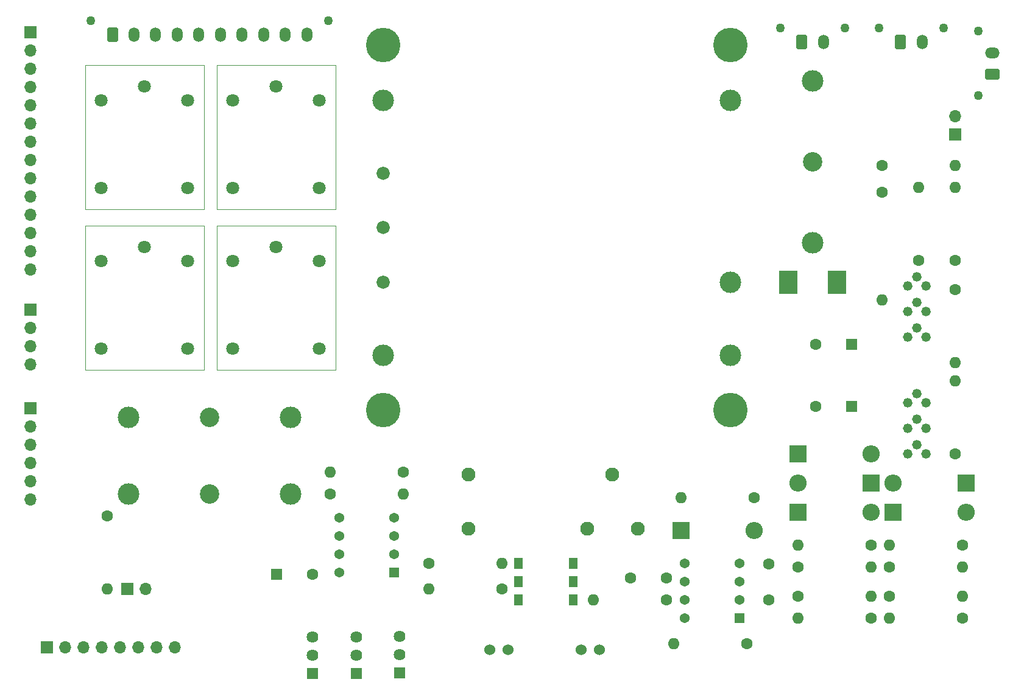
<source format=gbr>
%TF.GenerationSoftware,KiCad,Pcbnew,(6.0.5)*%
%TF.CreationDate,2023-02-13T18:15:34+09:00*%
%TF.ProjectId,23_batt_pcb,32335f62-6174-4745-9f70-63622e6b6963,rev?*%
%TF.SameCoordinates,Original*%
%TF.FileFunction,Soldermask,Top*%
%TF.FilePolarity,Negative*%
%FSLAX46Y46*%
G04 Gerber Fmt 4.6, Leading zero omitted, Abs format (unit mm)*
G04 Created by KiCad (PCBNEW (6.0.5)) date 2023-02-13 18:15:34*
%MOMM*%
%LPD*%
G01*
G04 APERTURE LIST*
G04 Aperture macros list*
%AMRoundRect*
0 Rectangle with rounded corners*
0 $1 Rounding radius*
0 $2 $3 $4 $5 $6 $7 $8 $9 X,Y pos of 4 corners*
0 Add a 4 corners polygon primitive as box body*
4,1,4,$2,$3,$4,$5,$6,$7,$8,$9,$2,$3,0*
0 Add four circle primitives for the rounded corners*
1,1,$1+$1,$2,$3*
1,1,$1+$1,$4,$5*
1,1,$1+$1,$6,$7*
1,1,$1+$1,$8,$9*
0 Add four rect primitives between the rounded corners*
20,1,$1+$1,$2,$3,$4,$5,0*
20,1,$1+$1,$4,$5,$6,$7,0*
20,1,$1+$1,$6,$7,$8,$9,0*
20,1,$1+$1,$8,$9,$2,$3,0*%
G04 Aperture macros list end*
%ADD10C,0.120000*%
%ADD11C,3.000000*%
%ADD12C,1.830000*%
%ADD13C,4.800000*%
%ADD14C,2.700000*%
%ADD15C,1.320800*%
%ADD16R,2.400000X2.400000*%
%ADD17O,2.400000X2.400000*%
%ADD18C,1.600000*%
%ADD19O,1.600000X1.600000*%
%ADD20R,1.700000X1.700000*%
%ADD21O,1.700000X1.700000*%
%ADD22C,1.270000*%
%ADD23RoundRect,0.250001X-0.499999X-0.759999X0.499999X-0.759999X0.499999X0.759999X-0.499999X0.759999X0*%
%ADD24O,1.500000X2.020000*%
%ADD25RoundRect,0.250001X0.759999X-0.499999X0.759999X0.499999X-0.759999X0.499999X-0.759999X-0.499999X0*%
%ADD26O,2.020000X1.500000*%
%ADD27R,1.625600X1.625600*%
%ADD28C,1.625600*%
%ADD29C,1.800000*%
%ADD30R,1.600000X1.600000*%
%ADD31R,2.500000X3.300000*%
%ADD32R,1.371600X1.371600*%
%ADD33C,1.371600*%
%ADD34C,1.950000*%
%ADD35R,1.295400X1.498600*%
%ADD36C,1.524000*%
G04 APERTURE END LIST*
D10*
%TO.C,K4*%
X107417400Y-39384800D02*
X90917400Y-39384800D01*
X90917400Y-39384800D02*
X90917400Y-59384800D01*
X90917400Y-59384800D02*
X107417400Y-59384800D01*
X107417400Y-59384800D02*
X107417400Y-39384800D01*
%TO.C,K2*%
X107417400Y-61736800D02*
X90917400Y-61736800D01*
X90917400Y-61736800D02*
X90917400Y-81736800D01*
X90917400Y-81736800D02*
X107417400Y-81736800D01*
X107417400Y-81736800D02*
X107417400Y-61736800D01*
%TO.C,K1*%
X125705400Y-39384800D02*
X109205400Y-39384800D01*
X109205400Y-39384800D02*
X109205400Y-59384800D01*
X109205400Y-59384800D02*
X125705400Y-59384800D01*
X125705400Y-59384800D02*
X125705400Y-39384800D01*
%TO.C,K3*%
X125705400Y-61736800D02*
X109205400Y-61736800D01*
X109205400Y-61736800D02*
X109205400Y-81736800D01*
X109205400Y-81736800D02*
X125705400Y-81736800D01*
X125705400Y-81736800D02*
X125705400Y-61736800D01*
%TD*%
D11*
%TO.C,PS2*%
X180614000Y-79726000D03*
X180614000Y-69576000D03*
X180614000Y-44226000D03*
X132314000Y-44226000D03*
D12*
X132314000Y-54376000D03*
X132314000Y-61976000D03*
X132314000Y-69576000D03*
D11*
X132314000Y-79726000D03*
D13*
X180614000Y-87376000D03*
X132314000Y-87376000D03*
X180614000Y-36576000D03*
X132314000Y-36576000D03*
%TD*%
D14*
%TO.C,F1*%
X192024000Y-52832000D03*
D11*
X192024000Y-41582000D03*
X192024000Y-64082000D03*
%TD*%
D15*
%TO.C,U2*%
X205232000Y-89916000D03*
X206502000Y-88646000D03*
X207772000Y-89916000D03*
%TD*%
D16*
%TO.C,D1*%
X189992000Y-101600000D03*
D17*
X200152000Y-101600000D03*
%TD*%
D18*
%TO.C,R3*%
X212852000Y-106172000D03*
D19*
X202692000Y-106172000D03*
%TD*%
D20*
%TO.C,IMD*%
X83312000Y-87122000D03*
D21*
X83312000Y-89662000D03*
X83312000Y-92202000D03*
X83312000Y-94742000D03*
X83312000Y-97282000D03*
X83312000Y-99822000D03*
%TD*%
D18*
%TO.C,R6*%
X189992000Y-113284000D03*
D19*
X200152000Y-113284000D03*
%TD*%
D18*
%TO.C,R13*%
X206756000Y-66548000D03*
D19*
X206756000Y-56388000D03*
%TD*%
D18*
%TO.C,R16*%
X201676000Y-53340000D03*
D19*
X211836000Y-53340000D03*
%TD*%
D22*
%TO.C,J1*%
X196524000Y-34201000D03*
X187524000Y-34201000D03*
D23*
X190524000Y-36161000D03*
D24*
X193524000Y-36161000D03*
%TD*%
D20*
%TO.C,BMS*%
X85613000Y-120396000D03*
D21*
X88153000Y-120396000D03*
X90693000Y-120396000D03*
X93233000Y-120396000D03*
X95773000Y-120396000D03*
X98313000Y-120396000D03*
X100853000Y-120396000D03*
X103393000Y-120396000D03*
%TD*%
D18*
%TO.C,R10*%
X211836000Y-70612000D03*
D19*
X211836000Y-80772000D03*
%TD*%
D22*
%TO.C,HV_{PCB*%
X215025000Y-43616000D03*
X215025000Y-34616000D03*
D25*
X216985000Y-40616000D03*
D26*
X216985000Y-37616000D03*
%TD*%
D18*
%TO.C,R14*%
X182880000Y-119888000D03*
D19*
X172720000Y-119888000D03*
%TD*%
D18*
%TO.C,R15*%
X171704000Y-113792000D03*
D19*
X161544000Y-113792000D03*
%TD*%
D20*
%TO.C,J1*%
X83312000Y-34808000D03*
D21*
X83312000Y-37348000D03*
X83312000Y-39888000D03*
X83312000Y-42428000D03*
X83312000Y-44968000D03*
X83312000Y-47508000D03*
X83312000Y-50048000D03*
X83312000Y-52588000D03*
X83312000Y-55128000D03*
X83312000Y-57668000D03*
X83312000Y-60208000D03*
X83312000Y-62748000D03*
X83312000Y-65288000D03*
X83312000Y-67828000D03*
%TD*%
D15*
%TO.C,U5*%
X205232000Y-73660000D03*
X206502000Y-72390000D03*
X207772000Y-73660000D03*
%TD*%
D18*
%TO.C,R12*%
X211836000Y-66548000D03*
D19*
X211836000Y-56388000D03*
%TD*%
D18*
%TO.C,R9*%
X212852000Y-116332000D03*
D19*
X202692000Y-116332000D03*
%TD*%
D18*
%TO.C,R8*%
X211836000Y-93472000D03*
D19*
X211836000Y-83312000D03*
%TD*%
D27*
%TO.C,Q1*%
X134620000Y-123952000D03*
D28*
X134620000Y-121412000D03*
X134620000Y-118872000D03*
%TD*%
D16*
%TO.C,D5*%
X200152000Y-97536000D03*
D17*
X189992000Y-97536000D03*
%TD*%
D18*
%TO.C,R11*%
X200152000Y-116332000D03*
D19*
X189992000Y-116332000D03*
%TD*%
D15*
%TO.C,U4*%
X205232000Y-77216000D03*
X206502000Y-75946000D03*
X207772000Y-77216000D03*
%TD*%
D16*
%TO.C,D4*%
X213360000Y-97536000D03*
D17*
X203200000Y-97536000D03*
%TD*%
D29*
%TO.C,K4*%
X105167400Y-56484800D03*
X93167400Y-44284800D03*
X105167400Y-44284800D03*
X99167400Y-42284800D03*
X93167400Y-56484800D03*
%TD*%
D15*
%TO.C,U3*%
X205232000Y-86360000D03*
X206502000Y-85090000D03*
X207772000Y-86360000D03*
%TD*%
D30*
%TO.C,C2*%
X197474651Y-78232000D03*
D18*
X192474651Y-78232000D03*
%TD*%
D30*
%TO.C,C1*%
X197474651Y-86868000D03*
D18*
X192474651Y-86868000D03*
%TD*%
%TO.C,C4*%
X166664000Y-110744000D03*
X171664000Y-110744000D03*
%TD*%
D29*
%TO.C,K2*%
X105167400Y-78836800D03*
X93167400Y-66636800D03*
X105167400Y-66636800D03*
X99167400Y-64636800D03*
X93167400Y-78836800D03*
%TD*%
D31*
%TO.C,D3*%
X188624000Y-69596000D03*
X195424000Y-69596000D03*
%TD*%
D30*
%TO.C,C6*%
X117485349Y-110236000D03*
D18*
X122485349Y-110236000D03*
%TD*%
D32*
%TO.C,U9*%
X133858000Y-109982000D03*
D33*
X133858000Y-107442000D03*
X133858000Y-104902000D03*
X133858000Y-102362000D03*
X126238000Y-102362000D03*
X126238000Y-104902000D03*
X126238000Y-107442000D03*
X126238000Y-109982000D03*
%TD*%
D22*
%TO.C,J2*%
X91704000Y-33185000D03*
X124704000Y-33185000D03*
D23*
X94704000Y-35145000D03*
D24*
X97704000Y-35145000D03*
X100704000Y-35145000D03*
X103704000Y-35145000D03*
X106704000Y-35145000D03*
X109704000Y-35145000D03*
X112704000Y-35145000D03*
X115704000Y-35145000D03*
X118704000Y-35145000D03*
X121704000Y-35145000D03*
%TD*%
D18*
%TO.C,R18*%
X148844000Y-112268000D03*
D19*
X138684000Y-112268000D03*
%TD*%
D29*
%TO.C,K1*%
X123455400Y-56484800D03*
X111455400Y-44284800D03*
X123455400Y-44284800D03*
X117455400Y-42284800D03*
X111455400Y-56484800D03*
%TD*%
D18*
%TO.C,R4*%
X200152000Y-106172000D03*
D19*
X189992000Y-106172000D03*
%TD*%
D20*
%TO.C,FAN\u002CGND_{AIR*%
X83312000Y-73416000D03*
D21*
X83312000Y-75956000D03*
X83312000Y-78496000D03*
X83312000Y-81036000D03*
%TD*%
D34*
%TO.C,PRECHARGE1*%
X144181000Y-103826000D03*
X160681000Y-103826000D03*
X167681000Y-103826000D03*
X164181000Y-96326000D03*
X144181000Y-96326000D03*
%TD*%
D35*
%TO.C,U8*%
X158750000Y-113792000D03*
X158750000Y-111252000D03*
X158750000Y-108712000D03*
X151130000Y-108712000D03*
X151130000Y-111252000D03*
X151130000Y-113792000D03*
%TD*%
D14*
%TO.C,F3*%
X108204000Y-99060000D03*
D11*
X96954000Y-99060000D03*
X119454000Y-99060000D03*
%TD*%
D36*
%TO.C,PS1*%
X147186400Y-120736000D03*
X149726400Y-120736000D03*
X159886400Y-120736000D03*
X162426400Y-120736000D03*
%TD*%
D18*
%TO.C,C5*%
X201676000Y-57016000D03*
D19*
X201676000Y-72016000D03*
%TD*%
D16*
%TO.C,D6*%
X189992000Y-93472000D03*
D17*
X200152000Y-93472000D03*
%TD*%
D18*
%TO.C,R7*%
X202692000Y-113284000D03*
D19*
X212852000Y-113284000D03*
%TD*%
D27*
%TO.C,Q3*%
X122542300Y-124023400D03*
D28*
X122542300Y-121483400D03*
X122542300Y-118943400D03*
%TD*%
D18*
%TO.C,R1*%
X189992000Y-109220000D03*
D19*
X200152000Y-109220000D03*
%TD*%
D18*
%TO.C,R2*%
X202692000Y-109220000D03*
D19*
X212852000Y-109220000D03*
%TD*%
D18*
%TO.C,R21*%
X124968000Y-99060000D03*
D19*
X135128000Y-99060000D03*
%TD*%
D18*
%TO.C,R5*%
X183896000Y-99568000D03*
D19*
X173736000Y-99568000D03*
%TD*%
%TO.C,R19*%
X93980000Y-112268000D03*
D18*
X93980000Y-102108000D03*
%TD*%
D29*
%TO.C,K3*%
X123455400Y-78836800D03*
X111455400Y-66636800D03*
X123455400Y-66636800D03*
X117455400Y-64636800D03*
X111455400Y-78836800D03*
%TD*%
D27*
%TO.C,Q2*%
X128638300Y-124023400D03*
D28*
X128638300Y-121483400D03*
X128638300Y-118943400D03*
%TD*%
D20*
%TO.C,VI1*%
X211836000Y-49027000D03*
D21*
X211836000Y-46487000D03*
%TD*%
D16*
%TO.C,D7*%
X173736000Y-104140000D03*
D17*
X183896000Y-104140000D03*
%TD*%
D16*
%TO.C,D2*%
X203200000Y-101600000D03*
D17*
X213360000Y-101600000D03*
%TD*%
D20*
%TO.C,TEMP*%
X96769000Y-112268000D03*
D21*
X99309000Y-112268000D03*
%TD*%
D22*
%TO.C,PRECHARGE*%
X210240000Y-34201000D03*
X201240000Y-34201000D03*
D23*
X204240000Y-36161000D03*
D24*
X207240000Y-36161000D03*
%TD*%
D32*
%TO.C,U6*%
X181864000Y-116332000D03*
D33*
X181864000Y-113792000D03*
X181864000Y-111252000D03*
X181864000Y-108712000D03*
X174244000Y-108712000D03*
X174244000Y-111252000D03*
X174244000Y-113792000D03*
X174244000Y-116332000D03*
%TD*%
D15*
%TO.C,U1*%
X205232000Y-93472000D03*
X206502000Y-92202000D03*
X207772000Y-93472000D03*
%TD*%
%TO.C,U7*%
X205232000Y-70104000D03*
X206502000Y-68834000D03*
X207772000Y-70104000D03*
%TD*%
D18*
%TO.C,C3*%
X185928000Y-108752000D03*
X185928000Y-113752000D03*
%TD*%
%TO.C,R20*%
X135128000Y-96012000D03*
D19*
X124968000Y-96012000D03*
%TD*%
D18*
%TO.C,R17*%
X138684000Y-108712000D03*
D19*
X148844000Y-108712000D03*
%TD*%
D14*
%TO.C,F2*%
X108204000Y-88392000D03*
D11*
X96954000Y-88392000D03*
X119454000Y-88392000D03*
%TD*%
M02*

</source>
